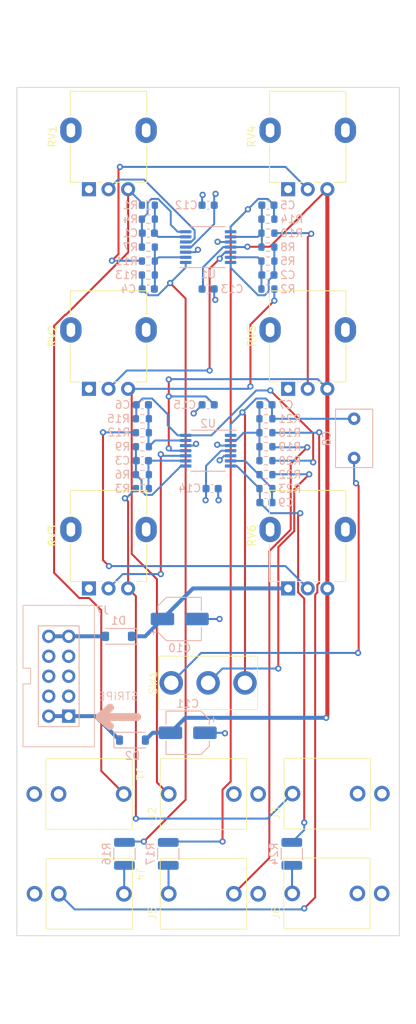
<source format=kicad_pcb>
(kicad_pcb (version 20240108) (generator "pcbnew") (generator_version "8.0")
  (title_block (comment 4 "AISLER Project ID: OHDSTYZF"))
  (layers (0 "F.Cu" signal) (1 "In1.Cu" signal) (2 "In2.Cu" signal) (31 "B.Cu" signal) (34 "B.Paste" user) (35 "F.Paste" user) (36 "B.SilkS" user "B.Silkscreen") (37 "F.SilkS" user "F.Silkscreen") (38 "B.Mask" user) (39 "F.Mask" user) (44 "Edge.Cuts" user))
  (net 0 "")
  (net 1 "+12V")
  (net 2 "GND")
  (net 3 "-12V")
  (net 4 "Net-(U1A--)")
  (net 5 "Net-(C5-Pad2)")
  (net 6 "Net-(U1C--)")
  (net 7 "Net-(U2A--)")
  (net 8 "Net-(U2B--)")
  (net 9 "Net-(U1D--)")
  (net 10 "Net-(U1B--)")
  (net 11 "Net-(J2-PadT)")
  (net 12 "Net-(J3-PadT)")
  (net 14 "Net-(J4-PadT)")
  (net 15 "Net-(J5-PadT)")
  (net 16 "Net-(J6-PadT)")
  (net 18 "Net-(SW1-A)")
  (net 19 "offset_1")
  (net 20 "offset_2")
  (net 21 "Net-(U1B-+)")
  (net 22 "Net-(U1D-+)")
  (net 23 "Net-(U2C--)")
  (net 24 "Net-(U2D--)")
  (net 25 "att_1_out")
  (net 26 "att_2_out")
  (net 27 "Net-(C1-Pad2)")
  (net 28 "Net-(C2-Pad2)")
  (net 29 "att_3_out")
  (net 30 "Net-(C4-Pad2)")
  (net 31 "Net-(J1-PadT)")
  (net 32 "Net-(SW1-C)")
  (net 35 "offset_3")
  (net 36 "Net-(SW1-B)")
  (net 37 "Net-(C3-Pad2)")
  (net 38 "Net-(C9-Pad2)")
  (net 39 "/Power/V+_IN")
  (net 40 "/Power/V-_IN")
  (net 41 "Net-(U2C-+)")
  (footprint "synthesis:thonkiconn" (layer "F.Cu") (at 135.7885 147.955 90)
    (property "Reference" "J5")
    (property "Value" "thonkiconn")
  )
  (footprint "Potentiometer_THT:Potentiometer_Alpha_RD901F-40-00D_Single_Vertical" (layer "F.Cu") (at 120.69 109.093 90)
    (property "Reference" "RV3")
    (property "Value" "10k")
  )
  (footprint "synthesis:thonkiconn" (layer "F.Cu") (at 135.7885 135.255 90)
    (property "Reference" "J2")
    (property "Value" "thonkiconn")
  )
  (footprint "Potentiometer_THT:Potentiometer_Alpha_RD901F-40-00D_Single_Vertical" (layer "F.Cu") (at 146.09 109.093 90)
    (property "Reference" "RV6")
    (property "Value" "10k")
  )
  (footprint "Potentiometer_THT:Potentiometer_Alpha_RD901F-40-00D_Single_Vertical" (layer "F.Cu") (at 146.09 58.293 90)
    (property "Reference" "RV4")
    (property "Value" "10k")
  )
  (footprint "synthesis:thonkiconn" (layer "F.Cu") (at 151.5365 147.91 90)
    (property "Reference" "J6")
    (property "Value" "thonkiconn")
  )
  (footprint "Potentiometer_THT:Potentiometer_Alpha_RD901F-40-00D_Single_Vertical" (layer "F.Cu") (at 120.69 83.693 90)
    (property "Reference" "RV2")
    (property "Value" "10k")
  )
  (footprint "Potentiometer_THT:Potentiometer_Alpha_RD901F-40-00D_Single_Vertical" (layer "F.Cu") (at 120.69 58.293 90)
    (property "Reference" "RV1")
    (property "Value" "10k")
  )
  (footprint "Potentiometer_THT:Potentiometer_Alpha_RD901F-40-00D_Single_Vertical" (layer "F.Cu") (at 146.09 83.693 90)
    (property "Reference" "RV5")
    (property "Value" "10k")
  )
  (footprint "synthesis:thonkiconn" (layer "F.Cu") (at 120.2335 147.955 -90)
    (property "Reference" "J4")
    (property "Value" "thonkiconn")
  )
  (footprint "synthesis:thonkiconn" (layer "F.Cu") (at 120.2035 135.255 -90)
    (property "Reference" "J1")
    (property "Value" "thonkiconn")
  )
  (footprint "synthesis:thonkiconn" (layer "F.Cu") (at 151.5665 135.21 90)
    (property "Reference" "J3")
    (property "Value" "thonkiconn")
  )
  (footprint "synthesis:Mini_sw" (layer "F.Cu") (at 135.89 121.113 90)
    (property "Reference" "SW1")
    (property "Value" "SW_ON_ON_SPDT_MINI")
  )
  (footprint "Capacitor_SMD:CP_Elec_5x5.3" (layer "B.Cu") (at 132.2655 112.985)
    (property "Reference" "C10")
    (property "Value" "10uF")
  )
  (footprint "Package_SO:TSSOP-14_4.4x5mm_P0.65mm" (layer "B.Cu") (at 135.89 65.659)
    (property "Reference" "U1")
    (property "Value" "TL074")
  )
  (footprint "Resistor_SMD:R_0603_1608Metric" (layer "B.Cu") (at 143.256 89.281 180)
    (property "Reference" "R18")
    (property "Value" "100k")
  )
  (footprint "Resistor_SMD:R_0603_1608Metric" (layer "B.Cu") (at 128.27 62.103 180)
    (property "Reference" "R4")
    (property "Value" "100k")
  )
  (footprint "Capacitor_SMD:C_0603_1608Metric" (layer "B.Cu") (at 143.51 69.215)
    (property "Reference" "C2")
    (property "Value" "47pF")
  )
  (footprint "Resistor_SMD:R_0603_1608Metric" (layer "B.Cu") (at 127.508 91.059)
    (property "Reference" "R9")
    (property "Value" "10k")
  )
  (footprint "Capacitor_THT:C_Rect_L7.2mm_W4.5mm_P5.00mm_FKS2_FKP2_MKS2_MKP2" (layer "B.Cu") (at 154.5 87.5 -90)
    (property "Reference" "C8")
    (property "Value" "2.2uF")
  )
  (footprint "Resistor_SMD:R_0603_1608Metric" (layer "B.Cu") (at 128.27 67.437)
    (property "Reference" "R11")
    (property "Value" "24k")
  )
  (footprint "Package_SO:TSSOP-14_4.4x5mm_P0.65mm" (layer "B.Cu") (at 135.89 91.567 180)
    (property "Reference" "U2")
    (property "Value" "TL074")
  )
  (footprint "Capacitor_SMD:C_0603_1608Metric" (layer "B.Cu") (at 135.89 70.993 180)
    (property "Reference" "C13")
    (property "Value" "100nF")
  )
  (footprint "Resistor_SMD:R_0603_1608Metric" (layer "B.Cu") (at 127.508 94.615 180)
    (property "Reference" "R6")
    (property "Value" "100k")
  )
  (footprint "Resistor_SMD:R_0603_1608Metric" (layer "B.Cu") (at 127.508 87.503 180)
    (property "Reference" "R15")
    (property "Value" "10k")
  )
  (footprint "Resistor_SMD:R_1210_3225Metric" (layer "B.Cu") (at 125.222 142.875 -90)
    (property "Reference" "R16")
    (property "Value" "1k 0.5W")
  )
  (footprint "Resistor_SMD:R_0603_1608Metric" (layer "B.Cu") (at 143.51 65.659 180)
    (property "Reference" "R8")
    (property "Value" "10k")
  )
  (footprint "Capacitor_SMD:C_0603_1608Metric" (layer "B.Cu") (at 135.89 85.725)
    (property "Reference" "C15")
    (property "Value" "100nF")
  )
  (footprint "Resistor_SMD:R_0603_1608Metric" (layer "B.Cu") (at 143.256 91.059 180)
    (property "Reference" "R19")
    (property "Value" "100k")
  )
  (footprint "Resistor_SMD:R_0603_1608Metric" (layer "B.Cu") (at 127.508 89.281)
    (property "Reference" "R12")
    (property "Value" "24k")
  )
  (footprint "Capacitor_SMD:C_0603_1608Metric" (layer "B.Cu") (at 128.27 63.881 180)
    (property "Reference" "C1")
    (property "Value" "47pF")
  )
  (footprint "Capacitor_SMD:C_0603_1608Metric" (layer "B.Cu") (at 135.89 60.325 180)
    (property "Reference" "C12")
    (property "Value" "100nF")
  )
  (footprint "Resistor_SMD:R_0603_1608Metric" (layer "B.Cu") (at 143.51 62.103)
    (property "Reference" "R14")
    (property "Value" "10k")
  )
  (footprint "Capacitor_SMD:C_0603_1608Metric" (layer "B.Cu") (at 127.508 92.837 180)
    (property "Reference" "C3")
    (property "Value" "47pF")
  )
  (footprint "Resistor_SMD:R_0603_1608Metric" (layer "B.Cu") (at 143.51 63.881 180)
    (property "Reference" "R10")
    (property "Value" "24k")
  )
  (footprint "Resistor_SMD:R_0603_1608Metric" (layer "B.Cu") (at 143.51 70.993 180)
    (property "Reference" "R2")
    (property "Value" "100k")
  )
  (footprint "Capacitor_SMD:C_0603_1608Metric" (layer "B.Cu") (at 128.257 70.993 180)
    (property "Reference" "C4")
    (property "Value" "47pF")
  )
  (footprint "Capacitor_SMD:CP_Elec_5x5.3" (layer "B.Cu") (at 133.2815 127.463 180)
    (property "Reference" "C11")
    (property "Value" "10uF")
  )
  (footprint "Capacitor_SMD:C_0603_1608Metric" (layer "B.Cu") (at 143.256 85.725)
    (property "Reference" "C7")
    (property "Value" "47pF")
  )
  (footprint "Capacitor_SMD:C_0603_1608Metric" (layer "B.Cu") (at 143.51 60.325)
    (property "Reference" "C5")
    (property "Value" "47pF")
  )
  (footprint "Resistor_SMD:R_0603_1608Metric" (layer "B.Cu") (at 143.256 92.837 180)
    (property "Reference" "R20")
    (property "Value" "100k")
  )
  (footprint "synthesis:eurorack_10" (layer "B.Cu") (at 121.39 111.249 180)
    (property "Reference" "J7")
    (property "Value" "euro_power_10")
  )
  (footprint "Resistor_SMD:R_0603_1608Metric" (layer "B.Cu") (at 143.256 87.503)
    (property "Reference" "R21")
    (property "Value" "24k")
  )
  (footprint "Resistor_SMD:R_0603_1608Metric" (layer "B.Cu") (at 128.27 69.215 180)
    (property "Reference" "R13")
    (property "Value" "10k")
  )
  (footprint "Resistor_SMD:R_0603_1608Metric" (layer "B.Cu") (at 143.51 67.437)
    (property "Reference" "R5")
    (property "Value" "100k")
  )
  (footprint "Resistor_SMD:R_0603_1608Metric" (layer "B.Cu") (at 143.256 94.615 180)
    (property "Reference" "R22")
    (property "Value" "24k")
  )
  (footprint "Resistor_SMD:R_0603_1608Metric" (layer "B.Cu") (at 143.256 96.393 180)
    (property "Reference" "R23")
    (property "Value" "100k")
  )
  (footprint "Resistor_SMD:R_0603_1608Metric" (layer "B.Cu") (at 128.27 60.325)
    (property "Reference" "R1")
    (property "Value" "100k")
  )
  (footprint "Capacitor_SMD:C_0603_1608Metric" (layer "B.Cu") (at 136.398 96.393)
    (property "Reference" "C14")
    (property "Value" "100nF")
  )
  (footprint "Capacitor_SMD:C_0603_1608Metric" (layer "B.Cu") (at 127.508 85.725 180)
    (property "Reference" "C6")
    (property "Value" "47pF")
  )
  (footprint "Diode_SMD:D_SOD-123" (layer "B.Cu") (at 124.46 115.189 180)
    (property "Reference" "D1")
    (property "Value" "MBR0530")
  )
  (footprint "Resistor_SMD:R_1210_3225Metric" (layer "B.Cu") (at 146.558 142.875 -90)
    (property "Reference" "R24")
    (property "Value" "1k 0.5W")
  )
  (footprint "Diode_SMD:D_SOD-123" (layer "B.Cu") (at 126.238 128.397)
    (property "Reference" "D2")
    (property "Value" "MBR0530")
  )
  (footprint "Resistor_SMD:R_1210_3225Metric" (layer "B.Cu") (at 130.81 142.875 -90)
    (property "Reference" "R17")
    (property "Value" "1k 0.5W")
  )
  (footprint "Resistor_SMD:R_0603_1608Metric" (layer "B.Cu") (at 128.27 65.659)
    (property "Reference" "R7")
    (property "Value" "10k")
  )
  (footprint "Resistor_SMD:R_0603_1608Metric" (layer "B.Cu") (at 127.508 96.393)
    (property "Reference" "R3")
    (property "Value" "100k")
  )
  (footprint "Capacitor_SMD:C_0603_1608Metric" (layer "B.Cu") (at 143.256 98.171 180)
    (property "Reference" "C9")
    (property "Value" "47pF")
  )
  (gr_rect (start 111.506 45.339) (end 160.274 153.289) (stroke (width 0.1)) (fill none) (layer "Edge.Cuts"))
  (via (at 136.8375 58.883) (size 0.8) (drill 0.4) (layers "F.Cu" "B.Cu") (net 1))
  (via (at 135.5675 97.872) (size 0.8) (drill 0.4) (layers "F.Cu" "B.Cu") (net 1))
  (segment (start 133.9575 109.093) (end 146.09 109.093) (width 0.508) (layer "B.Cu") (net 1))
  (segment (start 135.623 97.8165) (end 135.5675 97.872) (width 0.25) (layer "B.Cu") (net 1))
  (segment (start 136.665 62.710041) (end 133.716041 65.659) (width 0.25) (layer "B.Cu") (net 1))
  (segment (start 135.623 93.497793) (end 137.553793 91.567) (width 0.25) (layer "B.Cu") (net 1))
  (segment (start 130.0655 112.985) (end 133.9575 109.093) (width 0.508) (layer "B.Cu") (net 1))
  (segment (start 135.623 96.393) (end 135.623 93.497793) (width 0.25) (layer "B.Cu") (net 1))
  (segment (start 127.8615 115.189) (end 130.0655 112.985) (width 0.508) (layer "B.Cu") (net 1))
  (segment (start 137.553793 91.567) (end 138.7525 91.567) (width 0.25) (layer "B.Cu") (net 1))
  (segment (start 136.665 60.325) (end 136.665 62.710041) (width 0.25) (layer "B.Cu") (net 1))
  (segment (start 126.11 115.189) (end 127.8615 115.189) (width 0.508) (layer "B.Cu") (net 1))
  (segment (start 135.623 96.393) (end 135.623 97.8165) (width 0.25) (layer "B.Cu") (net 1))
  (segment (start 136.665 60.325) (end 136.665 59.0555) (width 0.25) (layer "B.Cu") (net 1))
  (segment (start 136.665 59.0555) (end 136.8375 58.883) (width 0.25) (layer "B.Cu") (net 1))
  (segment (start 133.716041 65.659) (end 133.0275 65.659) (width 0.25) (layer "B.Cu") (net 1))
  (via (at 137.3455 112.985) (size 0.8) (drill 0.4) (layers "F.Cu" "B.Cu") (net 2))
  (via (at 137.2185 97.872) (size 0.8) (drill 0.4) (layers "F.Cu" "B.Cu") (net 2))
  (via (at 134.357054 90.692554) (size 0.8) (drill 0.4) (layers "F.Cu" "B.Cu") (net 2))
  (via (at 134.0435 86.823) (size 0.8) (drill 0.4) (layers "F.Cu" "B.Cu") (net 2))
  (via (at 134.585339 65.999713) (size 0.8) (drill 0.4) (layers "F.Cu" "B.Cu") (net 2))
  (via (at 137.0915 64.979) (size 0.8) (drill 0.4) (layers "F.Cu" "B.Cu") (net 2))
  (via (at 137.046922 90.808668) (size 0.8) (drill 0.4) (layers "F.Cu" "B.Cu") (net 2))
  (via (at 138.0365 127.52979) (size 0.8) (drill 0.4) (layers "F.Cu" "B.Cu") (net 2))
  (via (at 137.359779 92.785613) (size 0.8) (drill 0.4) (layers "F.Cu" "B.Cu") (net 2))
  (via (at 135.1865 59.01) (size 0.8) (drill 0.4) (layers "F.Cu" "B.Cu") (net 2))
  (via (at 136.802 72.368989) (size 0.8) (drill 0.4) (layers "F.Cu" "B.Cu") (net 2))
  (segment (start 136.665 72.231989) (end 136.802 72.368989) (width 0.25) (layer "B.Cu") (net 2))
  (segment (start 134.4655 112.985) (end 137.3455 112.985) (width 0.254) (layer "B.Cu") (net 2))
  (segment (start 133.0275 66.309) (end 134.276052 66.309) (width 0.25) (layer "B.Cu") (net 2))
  (segment (start 137.155254 90.917) (end 137.046922 90.808668) (width 0.25) (layer "B.Cu") (net 2))
  (segment (start 135.115 85.725) (end 135.115 85.7515) (width 0.25) (layer "B.Cu") (net 2))
  (segment (start 133.0275 90.917) (end 134.132608 90.917) (width 0.25) (layer "B.Cu") (net 2))
  (segment (start 137.173 96.393) (end 137.173 97.8265) (width 0.25) (layer "B.Cu") (net 2))
  (segment (start 137.96971 127.463) (end 138.0365 127.52979) (width 0.254) (layer "B.Cu") (net 2))
  (segment (start 135.115 59.0815) (end 135.1865 59.01) (width 0.25) (layer "B.Cu") (net 2))
  (segment (start 136.665 70.993) (end 136.665 72.231989) (width 0.25) (layer "B.Cu") (net 2))
  (segment (start 137.1215 65.009) (end 137.0915 64.979) (width 0.25) (layer "B.Cu") (net 2))
  (segment (start 135.115 85.7515) (end 134.0435 86.823) (width 0.25) (layer "B.Cu") (net 2))
  (segment (start 134.132608 90.917) (end 134.357054 90.692554) (width 0.25) (layer "B.Cu") (net 2))
  (segment (start 134.276052 66.309) (end 134.585339 65.999713) (width 0.25) (layer "B.Cu") (net 2))
  (segment (start 137.173 97.8265) (end 137.2185 97.872) (width 0.25) (layer "B.Cu") (net 2))
  (segment (start 135.115 60.325) (end 135.115 59.0815) (width 0.25) (layer "B.Cu") (net 2))
  (segment (start 138.7525 90.917) (end 137.155254 90.917) (width 0.25) (layer "B.Cu") (net 2))
  (segment (start 135.4815 127.463) (end 137.96971 127.463) (width 0.254) (layer "B.Cu") (net 2))
  (segment (start 138.7525 65.009) (end 137.1215 65.009) (width 0.25) (layer "B.Cu") (net 2))
  (segment (start 137.928392 92.217) (end 137.359779 92.785613) (width 0.25) (layer "B.Cu") (net 2))
  (segment (start 138.7525 92.217) (end 137.928392 92.217) (width 0.25) (layer "B.Cu") (net 2))
  (segment (start 140.9015 65.614) (end 143.769 65.614) (width 0.254) (layer "F.Cu") (net 3))
  (segment (start 151.09 58.293) (end 151.09 109.093) (width 0.508) (layer "F.Cu") (net 3))
  (segment (start 151.09 125.4025) (end 150.9345 125.558) (width 0.508) (layer "F.Cu") (net 3))
  (segment (start 130.8685 91.268) (end 130.8685 84.664) (width 0.254) (layer "F.Cu") (net 3))
  (segment (start 151.09 109.093) (end 151.09 125.4025) (width 0.508) (layer "F.Cu") (net 3))
  (segment (start 130.8685 84.664) (end 130.8685 82.505) (width 0.254) (layer "F.Cu") (net 3))
  (segment (start 143.769 65.614) (end 151.09 58.293) (width 0.254) (layer "F.Cu") (net 3))
  (via (at 150.9345 125.558) (size 0.8) (drill 0.4) (layers "F.Cu" "B.Cu") (net 3))
  (via (at 130.8685 82.505) (size 0.8) (drill 0.4) (layers "F.Cu" "B.Cu") (net 3))
  (via (at 130.8685 91.268) (size 0.8) (drill 0.4) (layers "F.Cu" "B.Cu") (net 3))
  (via (at 140.9015 65.614) (size 0.8) (drill 0.4) (layers "F.Cu" "B.Cu") (net 3))
  (via (at 130.8685 84.664) (size 0.8) (drill 0.4) (layers "F.Cu" "B.Cu") (net 3))
  (segment (start 135.232337 70.875663) (end 135.232337 68.234456) (width 0.254) (layer "B.Cu") (net 3))
  (segment (start 128.822 127.463) (end 127.888 128.397) (width 0.508) (layer "B.Cu") (net 3))
  (segment (start 131.1675 91.567) (end 130.8685 91.268) (width 0.254) (layer "B.Cu") (net 3))
  (segment (start 140.8565 65.659) (end 140.9015 65.614) (width 0.254) (layer "B.Cu") (net 3))
  (segment (start 133.0275 91.567) (end 131.1675 91.567) (width 0.254) (layer "B.Cu") (net 3))
  (segment (start 149.863 82.466) (end 151.09 83.693) (width 0.254) (layer "B.Cu") (net 3))
  (segment (start 131.0815 127.463) (end 128.822 127.463) (width 0.508) (layer "B.Cu") (net 3))
  (segment (start 130.9075 82.466) (end 149.863 82.466) (width 0.254) (layer "B.Cu") (net 3))
  (segment (start 135.604 84.664) (end 136.665 85.725) (width 0.254) (layer "B.Cu") (net 3))
  (segment (start 137.807793 65.659) (end 138.7525 65.659) (width 0.254) (layer "B.Cu") (net 3))
  (segment (start 138.7525 65.659) (end 140.8565 65.659) (width 0.254) (layer "B.Cu") (net 3))
  (segment (start 130.8685 82.505) (end 130.9075 82.466) (width 0.254) (layer "B.Cu") (net 3))
  (segment (start 130.8685 84.664) (end 135.604 84.664) (width 0.254) (layer "B.Cu") (net 3))
  (segment (start 132.9865 125.558) (end 131.0815 127.463) (width 0.508) (layer "B.Cu") (net 3))
  (segment (start 135.115 70.993) (end 135.232337 70.875663) (width 0.254) (layer "B.Cu") (net 3))
  (segment (start 150.9345 125.558) (end 132.9865 125.558) (width 0.508) (layer "B.Cu") (net 3))
  (segment (start 135.232337 68.234456) (end 137.807793 65.659) (width 0.254) (layer "B.Cu") (net 3))
  (segment (start 133.0275 66.959) (end 129.573 66.959) (width 0.25) (layer "B.Cu") (net 4))
  (segment (start 129.573 66.959) (end 129.095 67.437) (width 0.25) (layer "B.Cu") (net 4))
  (segment (start 129.095 65.659) (end 129.095 69.215) (width 0.25) (layer "B.Cu") (net 4))
  (segment (start 129.095 70.93) (end 129.032 70.993) (width 0.25) (layer "B.Cu") (net 4))
  (segment (start 129.095 69.215) (end 129.095 70.93) (width 0.25) (layer "B.Cu") (net 4))
  (segment (start 138.763 63.044184) (end 138.763 133.663414) (width 0.254) (layer "F.Cu") (net 5))
  (segment (start 138.763 133.663414) (end 137.7265 134.699914) (width 0.254) (layer "F.Cu") (net 5))
  (segment (start 137.7265 134.699914) (end 137.7265 141.306) (width 0.254) (layer "F.Cu") (net 5))
  (segment (start 140.960342 60.846842) (end 138.763 63.044184) (width 0.254) (layer "F.Cu") (net 5))
  (via (at 137.7265 141.306) (size 0.8) (drill 0.4) (layers "F.Cu" "B.Cu") (net 5))
  (via (at 140.960342 60.846842) (size 0.8) (drill 0.4) (layers "F.Cu" "B.Cu") (net 5))
  (segment (start 137.7265 141.306) (end 130.9165 141.306) (width 0.254) (layer "B.Cu") (net 5))
  (segment (start 144.285 62.053) (end 144.335 62.103) (width 0.25) (layer "B.Cu") (net 5))
  (segment (start 130.9165 141.306) (end 130.81 141.4125) (width 0.254) (layer "B.Cu") (net 5))
  (segment (start 143.485 59.525) (end 144.285 60.325) (width 0.25) (layer "B.Cu") (net 5))
  (segment (start 142.282183 59.525) (end 143.485 59.525) (width 0.25) (layer "B.Cu") (net 5))
  (segment (start 138.7525 63.709) (end 138.7525 63.054683) (width 0.25) (layer "B.Cu") (net 5))
  (segment (start 144.285 60.325) (end 144.285 62.053) (width 0.25) (layer "B.Cu") (net 5))
  (segment (start 138.7525 63.054683) (end 142.282183 59.525) (width 0.25) (layer "B.Cu") (net 5))
  (segment (start 142.735 65.609) (end 142.685 65.659) (width 0.25) (layer "B.Cu") (net 6))
  (segment (start 138.7525 64.359) (end 142.207 64.359) (width 0.25) (layer "B.Cu") (net 6))
  (segment (start 142.207 64.359) (end 142.685 63.881) (width 0.25) (layer "B.Cu") (net 6))
  (segment (start 142.735 60.325) (end 142.735 65.609) (width 0.25) (layer "B.Cu") (net 6))
  (segment (start 140.427041 89.281) (end 142.431 89.281) (width 0.25) (layer "B.Cu") (net 7))
  (segment (start 142.431 92.837) (end 142.431 85.775) (width 0.25) (layer "B.Cu") (net 7))
  (segment (start 142.431 85.775) (end 142.481 85.725) (width 0.25) (layer "B.Cu") (net 7))
  (segment (start 138.7525 90.267) (end 139.441041 90.267) (width 0.25) (layer "B.Cu") (net 7))
  (segment (start 139.441041 90.267) (end 140.427041 89.281) (width 0.25) (layer "B.Cu") (net 7))
  (segment (start 142.431 94.743) (end 144.081 96.393) (width 0.25) (layer "B.Cu") (net 8))
  (segment (start 140.607848 92.867) (end 138.7525 92.867) (width 0.25) (layer "B.Cu") (net 8))
  (segment (start 142.431 94.615) (end 142.431 94.743) (width 0.25) (layer "B.Cu") (net 8))
  (segment (start 142.431 94.615) (end 142.355848 94.615) (width 0.25) (layer "B.Cu") (net 8))
  (segment (start 142.355848 94.615) (end 140.607848 92.867) (width 0.25) (layer "B.Cu") (net 8))
  (segment (start 144.031 98.171) (end 144.031 96.443) (width 0.25) (layer "B.Cu") (net 8))
  (segment (start 144.031 96.443) (end 144.081 96.393) (width 0.25) (layer "B.Cu") (net 8))
  (segment (start 142.685 67.437) (end 142.207 66.959) (width 0.25) (layer "B.Cu") (net 9))
  (segment (start 142.207 66.959) (end 138.7525 66.959) (width 0.25) (layer "B.Cu") (net 9))
  (segment (start 142.685 70.993) (end 142.685 67.437) (width 0.25) (layer "B.Cu") (net 9))
  (segment (start 129.523 64.359) (end 133.0275 64.359) (width 0.25) (layer "B.Cu") (net 10))
  (segment (start 129.045 62.153) (end 129.095 62.103) (width 0.25) (layer "B.Cu") (net 10))
  (segment (start 129.095 60.325) (end 129.095 62.103) (width 0.25) (layer "B.Cu") (net 10))
  (segment (start 129.045 63.881) (end 129.523 64.359) (width 0.25) (layer "B.Cu") (net 10))
  (segment (start 129.045 63.881) (end 129.045 62.153) (width 0.25) (layer "B.Cu") (net 10))
  (segment (start 129.363 133.778) (end 130.84 135.255) (width 0.254) (layer "F.Cu") (net 11))
  (segment (start 141.2825 83.394) (end 141.2825 75.52) (width 0.254) (layer "F.Cu") (net 11))
  (segment (start 125.69 83.693) (end 126.143501 84.146501) (width 0.254) (layer "F.Cu") (net 11))
  (segment (start 126.143501 104.697653) (end 129.363 107.917152) (width 0.254) (layer "F.Cu") (net 11))
  (segment (start 141.2825 75.52) (end 144.3305 72.472) (width 0.254) (layer "F.Cu") (net 11))
  (segment (start 126.143501 84.146501) (end 126.143501 104.697653) (width 0.254) (layer "F.Cu") (net 11))
  (segment (start 129.363 107.917152) (end 129.363 133.778) (width 0.254) (layer "F.Cu") (net 11))
  (via (at 144.3305 72.472) (size 0.8) (drill 0.4) (layers "F.Cu" "B.Cu") (net 11))
  (via (at 141.2825 83.394) (size 0.8) (drill 0.4) (layers "F.Cu" "B.Cu") (net 11))
  (segment (start 144.3305 70.9975) (end 144.335 70.993) (width 0.254) (layer "B.Cu") (net 11))
  (segment (start 144.3305 72.472) (end 144.3305 70.9975) (width 0.254) (layer "B.Cu") (net 11))
  (segment (start 140.9835 83.693) (end 141.2825 83.394) (width 0.254) (layer "B.Cu") (net 11))
  (segment (start 125.69 83.693) (end 140.9835 83.693) (width 0.254) (layer "B.Cu") (net 11))
  (segment (start 125.69 109.093) (end 125.69 98.0275) (width 0.254) (layer "F.Cu") (net 12))
  (segment (start 125.69 109.093) (end 126.6775 110.0805) (width 0.254) (layer "F.Cu") (net 12))
  (segment (start 125.69 98.0275) (end 125.2805 97.618) (width 0.254) (layer "F.Cu") (net 12))
  (segment (start 126.6775 110.0805) (end 126.6775 138.385) (width 0.254) (layer "F.Cu") (net 12))
  (via (at 126.6775 138.385) (size 0.8) (drill 0.4) (layers "F.Cu" "B.Cu") (net 12))
  (via (at 125.2805 97.618) (size 0.8) (drill 0.4) (layers "F.Cu" "B.Cu") (net 12))
  (segment (start 125.2805 97.618) (end 125.458 97.618) (width 0.254) (layer "B.Cu") (net 12))
  (segment (start 143.458 138.385) (end 126.6775 138.385) (width 0.254) (layer "B.Cu") (net 12))
  (segment (start 146.588 135.255) (end 143.458 138.385) (width 0.254) (layer "B.Cu") (net 12))
  (segment (start 125.458 97.618) (end 126.683 96.393) (width 0.254) (layer "B.Cu") (net 12))
  (segment (start 125.192 144.3675) (end 125.192 147.955) (width 0.254) (layer "B.Cu") (net 14))
  (segment (start 125.222 144.3375) (end 125.192 144.3675) (width 0.254) (layer "B.Cu") (net 14))
  (segment (start 130.84 144.3675) (end 130.84 147.955) (width 0.254) (layer "B.Cu") (net 15))
  (segment (start 130.81 144.3375) (end 130.84 144.3675) (width 0.254) (layer "B.Cu") (net 15))
  (segment (start 146.558 144.3375) (end 146.588 144.3675) (width 0.254) (layer "B.Cu") (net 16))
  (segment (start 146.588 144.3675) (end 146.588 147.972424) (width 0.254) (layer "B.Cu") (net 16))
  (segment (start 140.59 87.0195) (end 140.261841 86.691341) (width 0.254) (layer "F.Cu") (net 18))
  (segment (start 140.59 121.113) (end 140.59 87.0195) (width 0.254) (layer "F.Cu") (net 18))
  (via (at 140.261841 86.691341) (size 0.8) (drill 0.4) (layers "F.Cu" "B.Cu") (net 18))
  (segment (start 138.7525 89.617) (end 138.7525 88.200683) (width 0.25) (layer "B.Cu") (net 18))
  (segment (start 154.497 87.503) (end 154.5 87.5) (width 0.25) (layer "B.Cu") (net 18))
  (segment (start 144.031 87.453) (end 144.081 87.503) (width 0.25) (layer "B.Cu") (net 18))
  (segment (start 144.031 85.725) (end 144.031 87.453) (width 0.25) (layer "B.Cu") (net 18))
  (segment (start 140.261841 86.691341) (end 142.028183 84.925) (width 0.25) (layer "B.Cu") (net 18))
  (segment (start 143.231 84.925) (end 144.031 85.725) (width 0.25) (layer "B.Cu") (net 18))
  (segment (start 138.7525 88.200683) (end 140.261841 86.691341) (width 0.25) (layer "B.Cu") (net 18))
  (segment (start 144.081 87.503) (end 154.497 87.503) (width 0.25) (layer "B.Cu") (net 18))
  (segment (start 142.028183 84.925) (end 143.231 84.925) (width 0.25) (layer "B.Cu") (net 18))
  (segment (start 124.463 55.6365) (end 124.463 66.547072) (width 0.254) (layer "F.Cu") (net 19))
  (segment (start 124.463 66.547072) (end 123.623786 67.386286) (width 0.254) (layer "F.Cu") (net 19))
  (segment (start 124.6455 55.454) (end 124.463 55.6365) (width 0.254) (layer "F.Cu") (net 19))
  (via (at 124.6455 55.454) (size 0.8) (drill 0.4) (layers "F.Cu" "B.Cu") (net 19))
  (via (at 123.623786 67.386286) (size 0.8) (drill 0.4) (layers "F.Cu" "B.Cu") (net 19))
  (segment (start 148.59 58.293) (end 145.751 55.454) (width 0.254) (layer "B.Cu") (net 19))
  (segment (start 127.445 67.437) (end 127.4 67.392) (width 0.254) (layer "B.Cu") (net 19))
  (segment (start 145.751 55.454) (end 124.6455 55.454) (width 0.254) (layer "B.Cu") (net 19))
  (segment (start 127.4 67.392) (end 123.6295 67.392) (width 0.254) (layer "B.Cu") (net 19))
  (segment (start 123.6295 67.392) (end 123.623786 67.386286) (width 0.254) (layer "B.Cu") (net 19))
  (segment (start 148.59 64.4025) (end 148.59 83.693) (width 0.254) (layer "F.Cu") (net 20))
  (segment (start 149.0295 63.963) (end 148.59 64.4025) (width 0.254) (layer "F.Cu") (net 20))
  (via (at 149.0295 63.963) (size 0.8) (drill 0.4) (layers "F.Cu" "B.Cu") (net 20))
  (segment (start 144.335 63.881) (end 148.9475 63.881) (width 0.254) (layer "B.Cu") (net 20))
  (segment (start 148.9475 63.881) (end 149.0295 63.963) (width 0.254) (layer "B.Cu") (net 20))
  (segment (start 133.716041 65.009) (end 133.0275 65.009) (width 0.25) (layer "B.Cu") (net 21))
  (segment (start 124.415 57.068) (end 127.725041 57.068) (width 0.25) (layer "B.Cu") (net 21))
  (segment (start 134.1705 63.513459) (end 134.1705 64.554541) (width 0.25) (layer "B.Cu") (net 21))
  (segment (start 123.19 58.293) (end 124.415 57.068) (width 0.25) (layer "B.Cu") (net 21))
  (segment (start 127.725041 57.068) (end 134.1705 63.513459) (width 0.25) (layer "B.Cu") (net 21))
  (segment (start 134.1705 64.554541) (end 133.716041 65.009) (width 0.25) (layer "B.Cu") (net 21))
  (segment (start 136.0755 68.408) (end 136.7105 67.773) (width 0.254) (layer "F.Cu") (net 22))
  (segment (start 136.0755 81.362) (end 136.0755 68.408) (width 0.254) (layer "F.Cu") (net 22))
  (segment (start 136.7105 67.773) (end 136.721221 67.773) (width 0.254) (layer "F.Cu") (net 22))
  (segment (start 136.721221 67.773) (end 137.366951 67.12727) (width 0.254) (layer "F.Cu") (net 22))
  (via (at 137.366951 67.12727) (size 0.8) (drill 0.4) (layers "F.Cu" "B.Cu") (net 22))
  (via (at 136.0755 81.362) (size 0.8) (drill 0.4) (layers "F.Cu" "B.Cu") (net 22))
  (segment (start 136.0755 81.362) (end 125.521 81.362) (width 0.254) (layer "B.Cu") (net 22))
  (segment (start 125.521 81.362) (end 123.19 83.693) (width 0.254) (layer "B.Cu") (net 22))
  (segment (start 138.061131 66.309) (end 137.366951 67.00318) (width 0.254) (layer "B.Cu") (net 22))
  (segment (start 138.7525 66.309) (end 138.061131 66.309) (width 0.254) (layer "B.Cu") (net 22))
  (segment (start 137.366951 67.00318) (end 137.366951 67.12727) (width 0.254) (layer "B.Cu") (net 22))
  (segment (start 128.283 92.837) (end 128.283 96.343) (width 0.25) (layer "B.Cu") (net 23))
  (segment (start 132.9975 92.837) (end 133.0275 92.867) (width 0.25) (layer "B.Cu") (net 23))
  (segment (start 128.283 96.343) (end 128.333 96.393) (width 0.25) (layer "B.Cu") (net 23))
  (segment (start 128.283 92.837) (end 132.9975 92.837) (width 0.25) (layer "B.Cu") (net 23))
  (segment (start 129.125 90.267) (end 128.333 91.059) (width 0.25) (layer "B.Cu") (net 24))
  (segment (start 133.0275 90.267) (end 129.125 90.267) (width 0.25) (layer "B.Cu") (net 24))
  (segment (start 128.283 91.009) (end 128.333 91.059) (width 0.25) (layer "B.Cu") (net 24))
  (segment (start 128.283 85.725) (end 128.283 91.009) (width 0.25) (layer "B.Cu") (net 24))
  (segment (start 149.5375 109.880741) (end 149.5375 148.418) (width 0.254) (layer "F.Cu") (net 25))
  (segment (start 150.0455 108.402259) (end 149.817 108.630759) (width 0.254) (layer "F.Cu") (net 25))
  (segment (start 149.817 108.630759) (end 149.817 109.601241) (width 0.254) (layer "F.Cu") (net 25))
  (segment (start 149.817 109.601241) (end 149.5375 109.880741) (width 0.254) (layer "F.Cu") (net 25))
  (segment (start 149.5375 148.418) (end 148.1405 149.815) (width 0.254) (layer "F.Cu") (net 25))
  (segment (start 150.0455 89.236) (end 150.0455 108.402259) (width 0.254) (layer "F.Cu") (net 25))
  (via (at 148.1405 149.815) (size 0.8) (drill 0.4) (layers "F.Cu" "B.Cu") (net 25))
  (via (at 150.0455 89.236) (size 0.8) (drill 0.4) (layers "F.Cu" "B.Cu") (net 25))
  (segment (start 150.0005 89.281) (end 150.0455 89.236) (width 0.254) (layer "B.Cu") (net 25))
  (segment (start 144.081 89.281) (end 150.0005 89.281) (width 0.254) (layer "B.Cu") (net 25))
  (segment (start 148.0135 149.942) (end 148.1405 149.815) (width 0.254) (layer "B.Cu") (net 25))
  (segment (start 118.879 149.942) (end 148.0135 149.942) (width 0.254) (layer "B.Cu") (net 25))
  (segment (start 116.892 147.955) (end 118.879 149.942) (width 0.254) (layer "B.Cu") (net 25))
  (segment (start 148.5215 91.141) (end 146.416999 93.245501) (width 0.254) (layer "F.Cu") (net 26))
  (segment (start 143.6955 143.3995) (end 139.14 147.955) (width 0.254) (layer "F.Cu") (net 26))
  (segment (start 146.416999 93.245501) (end 146.416999 101.611779) (width 0.254) (layer "F.Cu") (net 26))
  (segment (start 146.416999 101.611779) (end 143.6955 104.333278) (width 0.254) (layer "F.Cu") (net 26))
  (segment (start 143.6955 104.333278) (end 143.6955 143.3995) (width 0.254) (layer "F.Cu") (net 26))
  (via (at 148.5215 91.141) (size 0.8) (drill 0.4) (layers "F.Cu" "B.Cu") (net 26))
  (segment (start 144.081 91.059) (end 144.163 91.141) (width 0.254) (layer "B.Cu") (net 26))
  (segment (start 144.163 91.141) (end 148.5215 91.141) (width 0.254) (layer "B.Cu") (net 26))
  (segment (start 128.17 61.378) (end 127.445 62.103) (width 0.25) (layer "B.Cu") (net 27))
  (segment (start 133.0275 63.709) (end 132.0115 63.709) (width 0.25) (layer "B.Cu") (net 27))
  (segment (start 127.445 65.659) (end 127.445 62.103) (width 0.25) (layer "B.Cu") (net 27))
  (segment (start 128.677538 59.525) (end 128.17 60.032538) (width 0.25) (layer "B.Cu") (net 27))
  (segment (start 131.1225 62.82) (end 131.1225 61.135038) (width 0.25) (layer "B.Cu") (net 27))
  (segment (start 131.1225 61.135038) (end 129.512462 59.525) (width 0.25) (layer "B.Cu") (net 27))
  (segment (start 128.17 60.032538) (end 128.17 61.378) (width 0.25) (layer "B.Cu") (net 27))
  (segment (start 132.0115 63.709) (end 131.1225 62.82) (width 0.25) (layer "B.Cu") (net 27))
  (segment (start 129.512462 59.525) (end 128.677538 59.525) (width 0.25) (layer "B.Cu") (net 27))
  (segment (start 144.335 65.659) (end 144.335 69.165) (width 0.25) (layer "B.Cu") (net 28))
  (segment (start 143.102462 71.793) (end 143.61 71.285462) (width 0.25) (layer "B.Cu") (net 28))
  (segment (start 142.267538 71.793) (end 143.102462 71.793) (width 0.25) (layer "B.Cu") (net 28))
  (segment (start 138.7525 68.277962) (end 142.267538 71.793) (width 0.25) (layer "B.Cu") (net 28))
  (segment (start 143.61 69.89) (end 144.285 69.215) (width 0.25) (layer "B.Cu") (net 28))
  (segment (start 144.335 69.165) (end 144.285 69.215) (width 0.25) (layer "B.Cu") (net 28))
  (segment (start 143.61 71.285462) (end 143.61 69.89) (width 0.25) (layer "B.Cu") (net 28))
  (segment (start 138.7525 67.609) (end 138.7525 68.277962) (width 0.25) (layer "B.Cu") (net 28))
  (segment (start 143.8225 83.902) (end 149.2835 89.363) (width 0.25) (layer "F.Cu") (net 29))
  (segment (start 149.2835 89.363) (end 149.2835 93.046) (width 0.25) (layer "F.Cu") (net 29))
  (via (at 143.8225 83.902) (size 0.8) (drill 0.4) (layers "F.Cu" "B.Cu") (net 29))
  (via (at 149.2835 93.046) (size 0.8) (drill 0.4) (layers "F.Cu" "B.Cu") (net 29))
  (segment (start 127.533 84.925) (end 126.733 85.725) (width 0.25) (layer "B.Cu") (net 29))
  (segment (start 130.7415 86.930683) (end 128.735817 84.925) (width 0.25) (layer "B.Cu") (net 29))
  (segment (start 128.735817 84.925) (end 127.533 84.925) (width 0.25) (layer "B.Cu") (net 29))
  (segment (start 142.026584 83.902) (end 143.8225 83.902) (width 0.25) (layer "B.Cu") (net 29))
  (segment (start 149.2835 93.046) (end 149.0745 92.837) (width 0.25) (layer "B.Cu") (net 29))
  (segment (start 136.311584 89.617) (end 142.026584 83.902) (width 0.25) (layer "B.Cu") (net 29))
  (segment (start 126.733 85.725) (end 126.733 87.453) (width 0.25) (layer "B.Cu") (net 29))
  (segment (start 126.733 87.453) (end 126.683 87.503) (width 0.25) (layer "B.Cu") (net 29))
  (segment (start 149.0745 92.837) (end 144.081 92.837) (width 0.25) (layer "B.Cu") (net 29))
  (segment (start 130.7415 88.347) (end 130.7415 86.930683) (width 0.25) (layer "B.Cu") (net 29))
  (segment (start 133.0275 89.617) (end 132.0115 89.617) (width 0.25) (layer "B.Cu") (net 29))
  (segment (start 133.0275 89.617) (end 136.311584 89.617) (width 0.25) (layer "B.Cu") (net 29))
  (segment (start 132.0115 89.617) (end 130.7415 88.347) (width 0.25) (layer "B.Cu") (net 29))
  (segment (start 131.043659 70.234159) (end 133.017 72.2075) (width 0.254) (layer "F.Cu") (net 30))
  (segment (start 133.017 72.2075) (end 133.017 135.9825) (width 0.254) (layer "F.Cu") (net 30))
  (segment (start 133.017 135.9825) (end 127.6935 141.306) (width 0.254) (layer "F.Cu") (net 30))
  (via (at 131.043659 70.234159) (size 0.8) (drill 0.4) (layers "F.Cu" "B.Cu") (net 30))
  (via (at 127.6935 141.306) (size 0.8) (drill 0.4) (layers "F.Cu" "B.Cu") (net 30))
  (segment (start 127.6935 141.306) (end 125.3285 141.306) (width 0.254) (layer "B.Cu") (net 30))
  (segment (start 127.482 70.993) (end 127.482 69.252) (width 0.25) (layer "B.Cu") (net 30))
  (segment (start 133.0275 68.250317) (end 129.484817 71.793) (width 0.25) (layer "B.Cu") (net 30))
  (segment (start 125.3285 141.306) (end 125.222 141.4125) (width 0.254) (layer "B.Cu") (net 30))
  (segment (start 133.0275 67.609) (end 133.0275 68.250317) (width 0.25) (layer "B.Cu") (net 30))
  (segment (start 128.282 71.793) (end 127.482 70.993) (width 0.25) (layer "B.Cu") (net 30))
  (segment (start 127.482 69.252) (end 127.445 69.215) (width 0.25) (layer "B.Cu") (net 30))
  (segment (start 129.484817 71.793) (end 128.282 71.793) (width 0.25) (layer "B.Cu") (net 30))
  (segment (start 120.714053 110.32) (end 119.463 110.32) (width 0.254) (layer "F.Cu") (net 31))
  (segment (start 119.463 110.32) (end 116.249499 107.106499) (width 0.254) (layer "F.Cu") (net 31))
  (segment (start 116.249499 75.687723) (end 117.691222 74.246) (width 0.254) (layer "F.Cu") (net 31))
  (segment (start 122.2675 111.873447) (end 120.714053 110.32) (width 0.254) (layer "F.Cu") (net 31))
  (segment (start 116.249499 107.106499) (end 116.249499 75.687723) (width 0.254) (layer "F.Cu") (net 31))
  (segment (start 117.691222 74.246) (end 117.7915 74.246) (width 0.254) (layer "F.Cu") (net 31))
  (segment (start 117.7915 74.246) (end 125.69 66.3475) (width 0.254) (layer "F.Cu") (net 31))
  (segment (start 122.2675 132.324) (end 122.2675 111.873447) (width 0.254) (layer "F.Cu") (net 31))
  (segment (start 125.69 66.3475) (end 125.69 58.293) (width 0.254) (layer "F.Cu") (net 31))
  (segment (start 125.1235 135.18) (end 122.2675 132.324) (width 0.254) (layer "F.Cu") (net 31))
  (segment (start 127.445 60.048) (end 125.69 58.293) (width 0.25) (layer "B.Cu") (net 31))
  (segment (start 127.445 60.325) (end 127.445 60.048) (width 0.25) (layer "B.Cu") (net 31))
  (segment (start 155.077 117.2245) (end 154.9985 117.303) (width 0.254) (layer "F.Cu") (net 32))
  (segment (start 154.7445 95.713) (end 155.077 96.0455) (width 0.254) (layer "F.Cu") (net 32))
  (segment (start 155.077 96.0455) (end 155.077 117.2245) (width 0.254) (layer "F.Cu") (net 32))
  (via (at 154.9985 117.303) (size 0.8) (drill 0.4) (layers "F.Cu" "B.Cu") (net 32))
  (via (at 154.7445 95.713) (size 0.8) (drill 0.4) (layers "F.Cu" "B.Cu") (net 32))
  (segment (start 154.9985 117.303) (end 135 117.303) (width 0.254) (layer "B.Cu") (net 32))
  (segment (start 154.7445 95.713) (end 154.5 95.4685) (width 0.254) (layer "B.Cu") (net 32))
  (segment (start 154.5 95.4685) (end 154.5 92.5) (width 0.254) (layer "B.Cu") (net 32))
  (segment (start 135 117.303) (end 131.19 121.113) (width 0.254) (layer "B.Cu") (net 32))
  (segment (start 123.2485 106.254) (end 122.4865 105.492) (width 0.254) (layer "F.Cu") (net 35))
  (segment (start 122.4865 105.492) (end 122.4865 89.236) (width 0.254) (layer "F.Cu") (net 35))
  (via (at 123.2485 106.254) (size 0.8) (drill 0.4) (layers "F.Cu" "B.Cu") (net 35))
  (via (at 122.4865 89.236) (size 0.8) (drill 0.4) (layers "F.Cu" "B.Cu") (net 35))
  (segment (start 126.638 89.236) (end 122.4865 89.236) (width 0.254) (layer "B.Cu") (net 35))
  (segment (start 148.59 109.093) (end 145.751 106.254) (width 0.254) (layer "B.Cu") (net 35))
  (segment (start 145.751 106.254) (end 123.2485 106.254) (width 0.254) (layer "B.Cu") (net 35))
  (segment (start 126.683 89.281) (end 126.638 89.236) (width 0.254) (layer "B.Cu") (net 35))
  (segment (start 146.8705 96.475) (end 146.8705 101.799626) (width 0.254) (layer "F.Cu") (net 36))
  (segment (start 144.8385 103.831626) (end 144.8385 119.286) (width 0.254) (layer "F.Cu") (net 36))
  (segment (start 146.8705 101.799626) (end 144.8385 103.831626) (width 0.254) (layer "F.Cu") (net 36))
  (segment (start 148.7755 94.57) (end 146.8705 96.475) (width 0.254) (layer "F.Cu") (net 36))
  (via (at 148.7755 94.57) (size 0.8) (drill 0.4) (layers "F.Cu" "B.Cu") (net 36))
  (via (at 144.8385 119.286) (size 0.8) (drill 0.4) (layers "F.Cu" "B.Cu") (net 36))
  (segment (start 148.7755 94.57) (end 144.126 94.57) (width 0.254) (layer "B.Cu") (net 36))
  (segment (start 144.126 94.57) (end 144.081 94.615) (width 0.254) (layer "B.Cu") (net 36))
  (segment (start 135.89 121.113) (end 137.717 119.286) (width 0.254) (layer "B.Cu") (net 36))
  (segment (start 137.717 119.286) (end 144.8385 119.286) (width 0.254) (layer "B.Cu") (net 36))
  (segment (start 127.915538 97.193) (end 127.408 96.685462) (width 0.25) (layer "B.Cu") (net 37))
  (segment (start 133.0275 93.517) (end 132.426462 93.517) (width 0.25) (layer "B.Cu") (net 37))
  (segment (start 127.408 95.34) (end 126.683 94.615) (width 0.25) (layer "B.Cu") (net 37))
  (segment (start 128.750462 97.193) (end 127.915538 97.193) (width 0.25) (layer "B.Cu") (net 37))
  (segment (start 132.426462 93.517) (end 128.750462 97.193) (width 0.25) (layer "B.Cu") (net 37))
  (segment (start 126.683 94.615) (end 126.683 91.059) (width 0.25) (layer "B.Cu") (net 37))
  (segment (start 127.408 96.685462) (end 127.408 95.34) (width 0.25) (layer "B.Cu") (net 37))
  (segment (start 148.1405 138.893) (end 148.1405 110.378741) (width 0.254) (layer "F.Cu") (net 38))
  (segment (start 148.1405 110.378741) (end 147.363 109.601241) (width 0.254) (layer "F.Cu") (net 38))
  (segment (start 147.363 99.7925) (end 147.6325 99.523) (width 0.254) (layer "F.Cu") (net 38))
  (segment (start 147.363 109.601241) (end 147.363 99.7925) (width 0.254) (layer "F.Cu") (net 38))
  (via (at 147.6325 99.523) (size 0.8) (drill 0.4) (layers "F.Cu" "B.Cu") (net 38))
  (via (at 148.1405 138.893) (size 0.8) (drill 0.4) (layers "F.Cu" "B.Cu") (net 38))
  (segment (start 138.7525 93.517) (end 139.555 93.517) (width 0.25) (layer "B.Cu") (net 38))
  (segment (start 148.1405 139.83) (end 148.1405 138.893) (width 0.254) (layer "B.Cu") (net 38))
  (segment (start 142.481 96.443) (end 142.431 96.393) (width 0.25) (layer "B.Cu") (net 38))
  (segment (start 146.558 141.4125) (end 148.1405 139.83) (width 0.254) (layer "B.Cu") (net 38))
  (segment (start 142.481 98.171) (end 142.481 96.443) (width 0.25) (layer "B.Cu") (net 38))
  (segment (start 139.555 93.517) (end 142.431 96.393) (width 0.25) (layer "B.Cu") (net 38))
  (segment (start 142.481 98.171) (end 143.833 99.523) (width 0.254) (layer "B.Cu") (net 38))
  (segment (start 143.833 99.523) (end 147.6325 99.523) (width 0.254) (layer "B.Cu") (net 38))
  (segment (start 118.11 115.189) (end 122.81 115.189) (width 0.508) (layer "B.Cu") (net 39))
  (segment (start 115.57 115.189) (end 118.11 115.189) (width 0.508) (layer "B.Cu") (net 39))
  (segment (start 118.11 125.349) (end 121.54 125.349) (width 0.508) (layer "B.Cu") (net 40))
  (segment (start 121.54 125.349) (end 124.588 128.397) (width 0.508) (layer "B.Cu") (net 40))
  (segment (start 115.57 125.349) (end 118.11 125.349) (width 0.508) (layer "B.Cu") (net 40))
  (segment (start 129.8525 107.27) (end 129.8525 92.03) (width 0.254) (layer "F.Cu") (net 41))
  (via (at 129.8525 107.27) (size 0.8) (drill 0.4) (layers "F.Cu" "B.Cu") (net 41))
  (via (at 129.8525 92.03) (size 0.8) (drill 0.4) (layers "F.Cu" "B.Cu") (net 41))
  (segment (start 123.19 109.093) (end 125.013 107.27) (width 0.254) (layer "B.Cu") (net 41))
  (segment (start 125.013 107.27) (end 129.8525 107.27) (width 0.254) (layer "B.Cu") (net 41))
  (segment (start 130.0395 92.217) (end 133.0275 92.217) (width 0.254) (layer "B.Cu") (net 41))
  (segment (start 129.8525 92.03) (end 130.0395 92.217) (width 0.254) (layer "B.Cu") (net 41))
)
</source>
